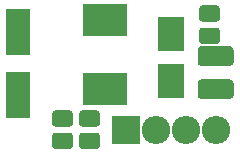
<source format=gbr>
G04 #@! TF.GenerationSoftware,KiCad,Pcbnew,(5.0.0)*
G04 #@! TF.CreationDate,2019-04-02T12:17:06-04:00*
G04 #@! TF.ProjectId,voltage-regulator-module,766F6C746167652D726567756C61746F,rev?*
G04 #@! TF.SameCoordinates,Original*
G04 #@! TF.FileFunction,Soldermask,Top*
G04 #@! TF.FilePolarity,Negative*
%FSLAX46Y46*%
G04 Gerber Fmt 4.6, Leading zero omitted, Abs format (unit mm)*
G04 Created by KiCad (PCBNEW (5.0.0)) date 04/02/19 12:17:06*
%MOMM*%
%LPD*%
G01*
G04 APERTURE LIST*
%ADD10R,2.000000X3.900000*%
%ADD11R,2.400000X2.400000*%
%ADD12O,2.400000X2.400000*%
%ADD13R,3.829000X2.813000*%
%ADD14C,0.100000*%
%ADD15C,1.650000*%
%ADD16C,1.375000*%
%ADD17R,2.200000X2.900000*%
G04 APERTURE END LIST*
D10*
G04 #@! TO.C,C4*
X181864000Y-122334000D03*
X181864000Y-116934000D03*
G04 #@! TD*
D11*
G04 #@! TO.C,J1*
X191008000Y-125222000D03*
D12*
X193548000Y-125222000D03*
X196088000Y-125222000D03*
X198628000Y-125222000D03*
G04 #@! TD*
D13*
G04 #@! TO.C,L1*
X189230000Y-115951000D03*
X189230000Y-121793000D03*
G04 #@! TD*
D14*
G04 #@! TO.C,C1*
G36*
X199855346Y-118172589D02*
X199887380Y-118177341D01*
X199918794Y-118185210D01*
X199949286Y-118196120D01*
X199978561Y-118209966D01*
X200006338Y-118226615D01*
X200032350Y-118245907D01*
X200056345Y-118267655D01*
X200078093Y-118291650D01*
X200097385Y-118317662D01*
X200114034Y-118345439D01*
X200127880Y-118374714D01*
X200138790Y-118405206D01*
X200146659Y-118436620D01*
X200151411Y-118468654D01*
X200153000Y-118501000D01*
X200153000Y-119491000D01*
X200151411Y-119523346D01*
X200146659Y-119555380D01*
X200138790Y-119586794D01*
X200127880Y-119617286D01*
X200114034Y-119646561D01*
X200097385Y-119674338D01*
X200078093Y-119700350D01*
X200056345Y-119724345D01*
X200032350Y-119746093D01*
X200006338Y-119765385D01*
X199978561Y-119782034D01*
X199949286Y-119795880D01*
X199918794Y-119806790D01*
X199887380Y-119814659D01*
X199855346Y-119819411D01*
X199823000Y-119821000D01*
X197433000Y-119821000D01*
X197400654Y-119819411D01*
X197368620Y-119814659D01*
X197337206Y-119806790D01*
X197306714Y-119795880D01*
X197277439Y-119782034D01*
X197249662Y-119765385D01*
X197223650Y-119746093D01*
X197199655Y-119724345D01*
X197177907Y-119700350D01*
X197158615Y-119674338D01*
X197141966Y-119646561D01*
X197128120Y-119617286D01*
X197117210Y-119586794D01*
X197109341Y-119555380D01*
X197104589Y-119523346D01*
X197103000Y-119491000D01*
X197103000Y-118501000D01*
X197104589Y-118468654D01*
X197109341Y-118436620D01*
X197117210Y-118405206D01*
X197128120Y-118374714D01*
X197141966Y-118345439D01*
X197158615Y-118317662D01*
X197177907Y-118291650D01*
X197199655Y-118267655D01*
X197223650Y-118245907D01*
X197249662Y-118226615D01*
X197277439Y-118209966D01*
X197306714Y-118196120D01*
X197337206Y-118185210D01*
X197368620Y-118177341D01*
X197400654Y-118172589D01*
X197433000Y-118171000D01*
X199823000Y-118171000D01*
X199855346Y-118172589D01*
X199855346Y-118172589D01*
G37*
D15*
X198628000Y-118996000D03*
D14*
G36*
X199855346Y-120972589D02*
X199887380Y-120977341D01*
X199918794Y-120985210D01*
X199949286Y-120996120D01*
X199978561Y-121009966D01*
X200006338Y-121026615D01*
X200032350Y-121045907D01*
X200056345Y-121067655D01*
X200078093Y-121091650D01*
X200097385Y-121117662D01*
X200114034Y-121145439D01*
X200127880Y-121174714D01*
X200138790Y-121205206D01*
X200146659Y-121236620D01*
X200151411Y-121268654D01*
X200153000Y-121301000D01*
X200153000Y-122291000D01*
X200151411Y-122323346D01*
X200146659Y-122355380D01*
X200138790Y-122386794D01*
X200127880Y-122417286D01*
X200114034Y-122446561D01*
X200097385Y-122474338D01*
X200078093Y-122500350D01*
X200056345Y-122524345D01*
X200032350Y-122546093D01*
X200006338Y-122565385D01*
X199978561Y-122582034D01*
X199949286Y-122595880D01*
X199918794Y-122606790D01*
X199887380Y-122614659D01*
X199855346Y-122619411D01*
X199823000Y-122621000D01*
X197433000Y-122621000D01*
X197400654Y-122619411D01*
X197368620Y-122614659D01*
X197337206Y-122606790D01*
X197306714Y-122595880D01*
X197277439Y-122582034D01*
X197249662Y-122565385D01*
X197223650Y-122546093D01*
X197199655Y-122524345D01*
X197177907Y-122500350D01*
X197158615Y-122474338D01*
X197141966Y-122446561D01*
X197128120Y-122417286D01*
X197117210Y-122386794D01*
X197109341Y-122355380D01*
X197104589Y-122323346D01*
X197103000Y-122291000D01*
X197103000Y-121301000D01*
X197104589Y-121268654D01*
X197109341Y-121236620D01*
X197117210Y-121205206D01*
X197128120Y-121174714D01*
X197141966Y-121145439D01*
X197158615Y-121117662D01*
X197177907Y-121091650D01*
X197199655Y-121067655D01*
X197223650Y-121045907D01*
X197249662Y-121026615D01*
X197277439Y-121009966D01*
X197306714Y-120996120D01*
X197337206Y-120985210D01*
X197368620Y-120977341D01*
X197400654Y-120972589D01*
X197433000Y-120971000D01*
X199823000Y-120971000D01*
X199855346Y-120972589D01*
X199855346Y-120972589D01*
G37*
D15*
X198628000Y-121796000D03*
G04 #@! TD*
D14*
G04 #@! TO.C,C2*
G36*
X198709943Y-114708655D02*
X198743312Y-114713605D01*
X198776035Y-114721802D01*
X198807797Y-114733166D01*
X198838293Y-114747590D01*
X198867227Y-114764932D01*
X198894323Y-114785028D01*
X198919318Y-114807682D01*
X198941972Y-114832677D01*
X198962068Y-114859773D01*
X198979410Y-114888707D01*
X198993834Y-114919203D01*
X199005198Y-114950965D01*
X199013395Y-114983688D01*
X199018345Y-115017057D01*
X199020000Y-115050750D01*
X199020000Y-115738250D01*
X199018345Y-115771943D01*
X199013395Y-115805312D01*
X199005198Y-115838035D01*
X198993834Y-115869797D01*
X198979410Y-115900293D01*
X198962068Y-115929227D01*
X198941972Y-115956323D01*
X198919318Y-115981318D01*
X198894323Y-116003972D01*
X198867227Y-116024068D01*
X198838293Y-116041410D01*
X198807797Y-116055834D01*
X198776035Y-116067198D01*
X198743312Y-116075395D01*
X198709943Y-116080345D01*
X198676250Y-116082000D01*
X197563750Y-116082000D01*
X197530057Y-116080345D01*
X197496688Y-116075395D01*
X197463965Y-116067198D01*
X197432203Y-116055834D01*
X197401707Y-116041410D01*
X197372773Y-116024068D01*
X197345677Y-116003972D01*
X197320682Y-115981318D01*
X197298028Y-115956323D01*
X197277932Y-115929227D01*
X197260590Y-115900293D01*
X197246166Y-115869797D01*
X197234802Y-115838035D01*
X197226605Y-115805312D01*
X197221655Y-115771943D01*
X197220000Y-115738250D01*
X197220000Y-115050750D01*
X197221655Y-115017057D01*
X197226605Y-114983688D01*
X197234802Y-114950965D01*
X197246166Y-114919203D01*
X197260590Y-114888707D01*
X197277932Y-114859773D01*
X197298028Y-114832677D01*
X197320682Y-114807682D01*
X197345677Y-114785028D01*
X197372773Y-114764932D01*
X197401707Y-114747590D01*
X197432203Y-114733166D01*
X197463965Y-114721802D01*
X197496688Y-114713605D01*
X197530057Y-114708655D01*
X197563750Y-114707000D01*
X198676250Y-114707000D01*
X198709943Y-114708655D01*
X198709943Y-114708655D01*
G37*
D16*
X198120000Y-115394500D03*
D14*
G36*
X198709943Y-116583655D02*
X198743312Y-116588605D01*
X198776035Y-116596802D01*
X198807797Y-116608166D01*
X198838293Y-116622590D01*
X198867227Y-116639932D01*
X198894323Y-116660028D01*
X198919318Y-116682682D01*
X198941972Y-116707677D01*
X198962068Y-116734773D01*
X198979410Y-116763707D01*
X198993834Y-116794203D01*
X199005198Y-116825965D01*
X199013395Y-116858688D01*
X199018345Y-116892057D01*
X199020000Y-116925750D01*
X199020000Y-117613250D01*
X199018345Y-117646943D01*
X199013395Y-117680312D01*
X199005198Y-117713035D01*
X198993834Y-117744797D01*
X198979410Y-117775293D01*
X198962068Y-117804227D01*
X198941972Y-117831323D01*
X198919318Y-117856318D01*
X198894323Y-117878972D01*
X198867227Y-117899068D01*
X198838293Y-117916410D01*
X198807797Y-117930834D01*
X198776035Y-117942198D01*
X198743312Y-117950395D01*
X198709943Y-117955345D01*
X198676250Y-117957000D01*
X197563750Y-117957000D01*
X197530057Y-117955345D01*
X197496688Y-117950395D01*
X197463965Y-117942198D01*
X197432203Y-117930834D01*
X197401707Y-117916410D01*
X197372773Y-117899068D01*
X197345677Y-117878972D01*
X197320682Y-117856318D01*
X197298028Y-117831323D01*
X197277932Y-117804227D01*
X197260590Y-117775293D01*
X197246166Y-117744797D01*
X197234802Y-117713035D01*
X197226605Y-117680312D01*
X197221655Y-117646943D01*
X197220000Y-117613250D01*
X197220000Y-116925750D01*
X197221655Y-116892057D01*
X197226605Y-116858688D01*
X197234802Y-116825965D01*
X197246166Y-116794203D01*
X197260590Y-116763707D01*
X197277932Y-116734773D01*
X197298028Y-116707677D01*
X197320682Y-116682682D01*
X197345677Y-116660028D01*
X197372773Y-116639932D01*
X197401707Y-116622590D01*
X197432203Y-116608166D01*
X197463965Y-116596802D01*
X197496688Y-116588605D01*
X197530057Y-116583655D01*
X197563750Y-116582000D01*
X198676250Y-116582000D01*
X198709943Y-116583655D01*
X198709943Y-116583655D01*
G37*
D16*
X198120000Y-117269500D03*
G04 #@! TD*
D14*
G04 #@! TO.C,C5*
G36*
X186263943Y-123598655D02*
X186297312Y-123603605D01*
X186330035Y-123611802D01*
X186361797Y-123623166D01*
X186392293Y-123637590D01*
X186421227Y-123654932D01*
X186448323Y-123675028D01*
X186473318Y-123697682D01*
X186495972Y-123722677D01*
X186516068Y-123749773D01*
X186533410Y-123778707D01*
X186547834Y-123809203D01*
X186559198Y-123840965D01*
X186567395Y-123873688D01*
X186572345Y-123907057D01*
X186574000Y-123940750D01*
X186574000Y-124628250D01*
X186572345Y-124661943D01*
X186567395Y-124695312D01*
X186559198Y-124728035D01*
X186547834Y-124759797D01*
X186533410Y-124790293D01*
X186516068Y-124819227D01*
X186495972Y-124846323D01*
X186473318Y-124871318D01*
X186448323Y-124893972D01*
X186421227Y-124914068D01*
X186392293Y-124931410D01*
X186361797Y-124945834D01*
X186330035Y-124957198D01*
X186297312Y-124965395D01*
X186263943Y-124970345D01*
X186230250Y-124972000D01*
X185117750Y-124972000D01*
X185084057Y-124970345D01*
X185050688Y-124965395D01*
X185017965Y-124957198D01*
X184986203Y-124945834D01*
X184955707Y-124931410D01*
X184926773Y-124914068D01*
X184899677Y-124893972D01*
X184874682Y-124871318D01*
X184852028Y-124846323D01*
X184831932Y-124819227D01*
X184814590Y-124790293D01*
X184800166Y-124759797D01*
X184788802Y-124728035D01*
X184780605Y-124695312D01*
X184775655Y-124661943D01*
X184774000Y-124628250D01*
X184774000Y-123940750D01*
X184775655Y-123907057D01*
X184780605Y-123873688D01*
X184788802Y-123840965D01*
X184800166Y-123809203D01*
X184814590Y-123778707D01*
X184831932Y-123749773D01*
X184852028Y-123722677D01*
X184874682Y-123697682D01*
X184899677Y-123675028D01*
X184926773Y-123654932D01*
X184955707Y-123637590D01*
X184986203Y-123623166D01*
X185017965Y-123611802D01*
X185050688Y-123603605D01*
X185084057Y-123598655D01*
X185117750Y-123597000D01*
X186230250Y-123597000D01*
X186263943Y-123598655D01*
X186263943Y-123598655D01*
G37*
D16*
X185674000Y-124284500D03*
D14*
G36*
X186263943Y-125473655D02*
X186297312Y-125478605D01*
X186330035Y-125486802D01*
X186361797Y-125498166D01*
X186392293Y-125512590D01*
X186421227Y-125529932D01*
X186448323Y-125550028D01*
X186473318Y-125572682D01*
X186495972Y-125597677D01*
X186516068Y-125624773D01*
X186533410Y-125653707D01*
X186547834Y-125684203D01*
X186559198Y-125715965D01*
X186567395Y-125748688D01*
X186572345Y-125782057D01*
X186574000Y-125815750D01*
X186574000Y-126503250D01*
X186572345Y-126536943D01*
X186567395Y-126570312D01*
X186559198Y-126603035D01*
X186547834Y-126634797D01*
X186533410Y-126665293D01*
X186516068Y-126694227D01*
X186495972Y-126721323D01*
X186473318Y-126746318D01*
X186448323Y-126768972D01*
X186421227Y-126789068D01*
X186392293Y-126806410D01*
X186361797Y-126820834D01*
X186330035Y-126832198D01*
X186297312Y-126840395D01*
X186263943Y-126845345D01*
X186230250Y-126847000D01*
X185117750Y-126847000D01*
X185084057Y-126845345D01*
X185050688Y-126840395D01*
X185017965Y-126832198D01*
X184986203Y-126820834D01*
X184955707Y-126806410D01*
X184926773Y-126789068D01*
X184899677Y-126768972D01*
X184874682Y-126746318D01*
X184852028Y-126721323D01*
X184831932Y-126694227D01*
X184814590Y-126665293D01*
X184800166Y-126634797D01*
X184788802Y-126603035D01*
X184780605Y-126570312D01*
X184775655Y-126536943D01*
X184774000Y-126503250D01*
X184774000Y-125815750D01*
X184775655Y-125782057D01*
X184780605Y-125748688D01*
X184788802Y-125715965D01*
X184800166Y-125684203D01*
X184814590Y-125653707D01*
X184831932Y-125624773D01*
X184852028Y-125597677D01*
X184874682Y-125572682D01*
X184899677Y-125550028D01*
X184926773Y-125529932D01*
X184955707Y-125512590D01*
X184986203Y-125498166D01*
X185017965Y-125486802D01*
X185050688Y-125478605D01*
X185084057Y-125473655D01*
X185117750Y-125472000D01*
X186230250Y-125472000D01*
X186263943Y-125473655D01*
X186263943Y-125473655D01*
G37*
D16*
X185674000Y-126159500D03*
G04 #@! TD*
D14*
G04 #@! TO.C,C6*
G36*
X188549943Y-125473655D02*
X188583312Y-125478605D01*
X188616035Y-125486802D01*
X188647797Y-125498166D01*
X188678293Y-125512590D01*
X188707227Y-125529932D01*
X188734323Y-125550028D01*
X188759318Y-125572682D01*
X188781972Y-125597677D01*
X188802068Y-125624773D01*
X188819410Y-125653707D01*
X188833834Y-125684203D01*
X188845198Y-125715965D01*
X188853395Y-125748688D01*
X188858345Y-125782057D01*
X188860000Y-125815750D01*
X188860000Y-126503250D01*
X188858345Y-126536943D01*
X188853395Y-126570312D01*
X188845198Y-126603035D01*
X188833834Y-126634797D01*
X188819410Y-126665293D01*
X188802068Y-126694227D01*
X188781972Y-126721323D01*
X188759318Y-126746318D01*
X188734323Y-126768972D01*
X188707227Y-126789068D01*
X188678293Y-126806410D01*
X188647797Y-126820834D01*
X188616035Y-126832198D01*
X188583312Y-126840395D01*
X188549943Y-126845345D01*
X188516250Y-126847000D01*
X187403750Y-126847000D01*
X187370057Y-126845345D01*
X187336688Y-126840395D01*
X187303965Y-126832198D01*
X187272203Y-126820834D01*
X187241707Y-126806410D01*
X187212773Y-126789068D01*
X187185677Y-126768972D01*
X187160682Y-126746318D01*
X187138028Y-126721323D01*
X187117932Y-126694227D01*
X187100590Y-126665293D01*
X187086166Y-126634797D01*
X187074802Y-126603035D01*
X187066605Y-126570312D01*
X187061655Y-126536943D01*
X187060000Y-126503250D01*
X187060000Y-125815750D01*
X187061655Y-125782057D01*
X187066605Y-125748688D01*
X187074802Y-125715965D01*
X187086166Y-125684203D01*
X187100590Y-125653707D01*
X187117932Y-125624773D01*
X187138028Y-125597677D01*
X187160682Y-125572682D01*
X187185677Y-125550028D01*
X187212773Y-125529932D01*
X187241707Y-125512590D01*
X187272203Y-125498166D01*
X187303965Y-125486802D01*
X187336688Y-125478605D01*
X187370057Y-125473655D01*
X187403750Y-125472000D01*
X188516250Y-125472000D01*
X188549943Y-125473655D01*
X188549943Y-125473655D01*
G37*
D16*
X187960000Y-126159500D03*
D14*
G36*
X188549943Y-123598655D02*
X188583312Y-123603605D01*
X188616035Y-123611802D01*
X188647797Y-123623166D01*
X188678293Y-123637590D01*
X188707227Y-123654932D01*
X188734323Y-123675028D01*
X188759318Y-123697682D01*
X188781972Y-123722677D01*
X188802068Y-123749773D01*
X188819410Y-123778707D01*
X188833834Y-123809203D01*
X188845198Y-123840965D01*
X188853395Y-123873688D01*
X188858345Y-123907057D01*
X188860000Y-123940750D01*
X188860000Y-124628250D01*
X188858345Y-124661943D01*
X188853395Y-124695312D01*
X188845198Y-124728035D01*
X188833834Y-124759797D01*
X188819410Y-124790293D01*
X188802068Y-124819227D01*
X188781972Y-124846323D01*
X188759318Y-124871318D01*
X188734323Y-124893972D01*
X188707227Y-124914068D01*
X188678293Y-124931410D01*
X188647797Y-124945834D01*
X188616035Y-124957198D01*
X188583312Y-124965395D01*
X188549943Y-124970345D01*
X188516250Y-124972000D01*
X187403750Y-124972000D01*
X187370057Y-124970345D01*
X187336688Y-124965395D01*
X187303965Y-124957198D01*
X187272203Y-124945834D01*
X187241707Y-124931410D01*
X187212773Y-124914068D01*
X187185677Y-124893972D01*
X187160682Y-124871318D01*
X187138028Y-124846323D01*
X187117932Y-124819227D01*
X187100590Y-124790293D01*
X187086166Y-124759797D01*
X187074802Y-124728035D01*
X187066605Y-124695312D01*
X187061655Y-124661943D01*
X187060000Y-124628250D01*
X187060000Y-123940750D01*
X187061655Y-123907057D01*
X187066605Y-123873688D01*
X187074802Y-123840965D01*
X187086166Y-123809203D01*
X187100590Y-123778707D01*
X187117932Y-123749773D01*
X187138028Y-123722677D01*
X187160682Y-123697682D01*
X187185677Y-123675028D01*
X187212773Y-123654932D01*
X187241707Y-123637590D01*
X187272203Y-123623166D01*
X187303965Y-123611802D01*
X187336688Y-123603605D01*
X187370057Y-123598655D01*
X187403750Y-123597000D01*
X188516250Y-123597000D01*
X188549943Y-123598655D01*
X188549943Y-123598655D01*
G37*
D16*
X187960000Y-124284500D03*
G04 #@! TD*
D17*
G04 #@! TO.C,D1*
X194818000Y-117126000D03*
X194818000Y-121126000D03*
G04 #@! TD*
M02*

</source>
